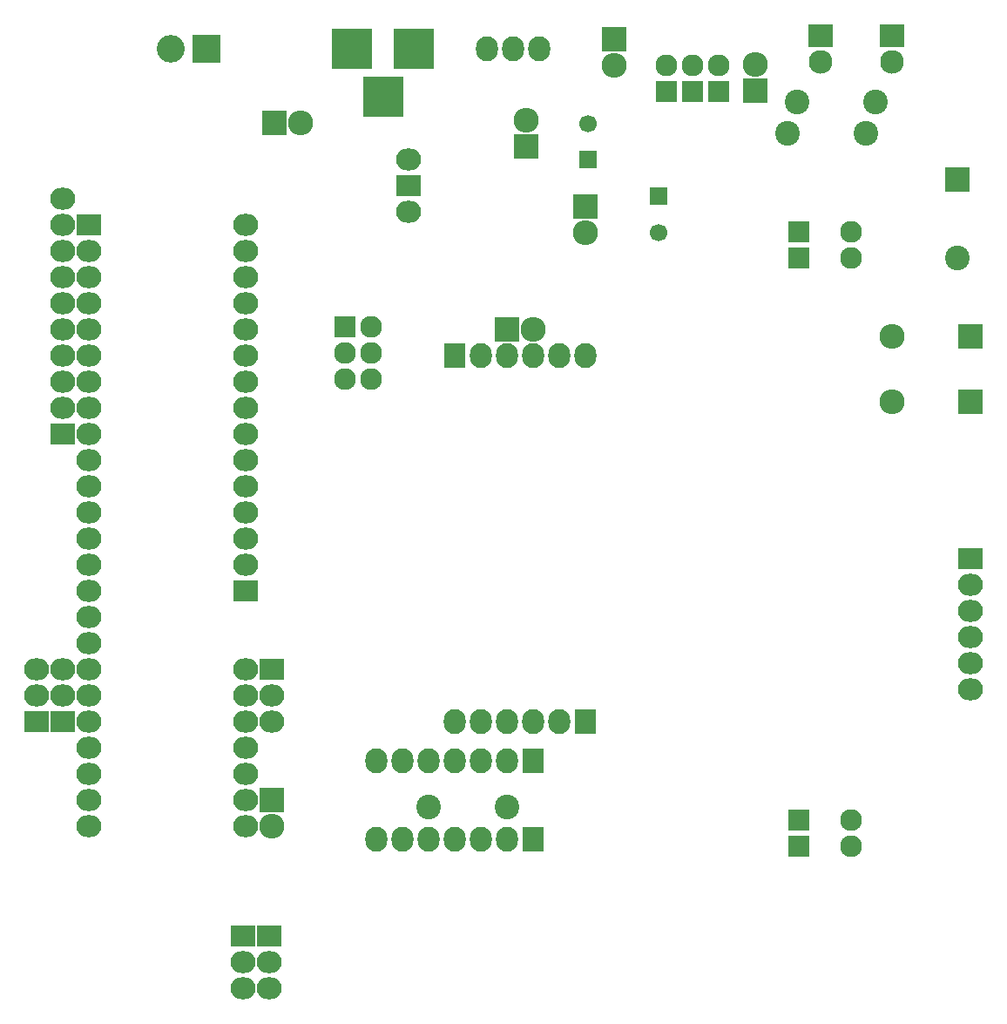
<source format=gbr>
G04 #@! TF.FileFunction,Soldermask,Bot*
%FSLAX46Y46*%
G04 Gerber Fmt 4.6, Leading zero omitted, Abs format (unit mm)*
G04 Created by KiCad (PCBNEW 4.0.5+dfsg1-4) date Sat Dec 23 15:02:43 2017*
%MOMM*%
%LPD*%
G01*
G04 APERTURE LIST*
%ADD10C,0.100000*%
%ADD11O,2.432000X2.127200*%
%ADD12R,2.432000X2.127200*%
%ADD13R,2.400000X2.300000*%
%ADD14C,2.300000*%
%ADD15R,2.700000X2.700000*%
%ADD16O,2.700000X2.700000*%
%ADD17O,2.127200X2.127200*%
%ADD18R,2.127200X2.127200*%
%ADD19O,2.127200X2.432000*%
%ADD20R,2.127200X2.432000*%
%ADD21C,1.700000*%
%ADD22R,1.700000X1.700000*%
%ADD23R,3.900120X3.900120*%
%ADD24R,2.432000X2.432000*%
%ADD25O,2.432000X2.432000*%
%ADD26C,2.398980*%
%ADD27R,2.400000X2.400000*%
%ADD28C,2.400000*%
G04 APERTURE END LIST*
D10*
D11*
X73330000Y-129210000D03*
X73330000Y-126670000D03*
X73330000Y-124130000D03*
X73330000Y-121590000D03*
X73330000Y-119050000D03*
X73330000Y-116510000D03*
X73330000Y-113970000D03*
D12*
X73330000Y-106350000D03*
D11*
X73330000Y-103810000D03*
X73330000Y-101270000D03*
X73330000Y-98730000D03*
X73330000Y-96190000D03*
X73330000Y-93650000D03*
X73330000Y-91110000D03*
X73330000Y-88570000D03*
X73330000Y-86030000D03*
X73330000Y-83490000D03*
X73330000Y-80950000D03*
X73330000Y-78410000D03*
X73330000Y-75870000D03*
X73330000Y-73330000D03*
X73330000Y-70790000D03*
D13*
X136195000Y-52375000D03*
D14*
X136195000Y-54915000D03*
D15*
X69520000Y-53645000D03*
D16*
X66020000Y-53645000D03*
D17*
X132140000Y-71410000D03*
X132140000Y-73950000D03*
D18*
X127060000Y-71410000D03*
X127060000Y-73950000D03*
D17*
X132140000Y-128550000D03*
X132140000Y-131090000D03*
D18*
X127060000Y-128550000D03*
X127060000Y-131090000D03*
D19*
X93650000Y-119050000D03*
X96190000Y-119050000D03*
X98730000Y-119050000D03*
X101270000Y-119050000D03*
X103810000Y-119050000D03*
D20*
X106350000Y-119050000D03*
D21*
X113462000Y-71496000D03*
D22*
X113462000Y-67996000D03*
D21*
X106604000Y-60940000D03*
D22*
X106604000Y-64440000D03*
D23*
X89690140Y-53645000D03*
X83690660Y-53645000D03*
X86690400Y-58344000D03*
D13*
X129210000Y-52375000D03*
D14*
X129210000Y-54915000D03*
D11*
X89205000Y-69520000D03*
D12*
X89205000Y-66980000D03*
D11*
X89205000Y-64440000D03*
D20*
X101270000Y-122860000D03*
D19*
X98730000Y-122860000D03*
X96190000Y-122860000D03*
X93650000Y-122860000D03*
X91110000Y-122860000D03*
X88570000Y-122860000D03*
X86030000Y-122860000D03*
X86030000Y-130480000D03*
X88570000Y-130480000D03*
X91110000Y-130480000D03*
X93650000Y-130480000D03*
X96190000Y-130480000D03*
X98730000Y-130480000D03*
D20*
X101270000Y-130480000D03*
D24*
X122860000Y-57709000D03*
D25*
X122860000Y-55169000D03*
D18*
X114224000Y-57836000D03*
D17*
X114224000Y-55296000D03*
D18*
X116764000Y-57836000D03*
D17*
X116764000Y-55296000D03*
D18*
X119304000Y-57836000D03*
D17*
X119304000Y-55296000D03*
D25*
X78664000Y-60884000D03*
D24*
X76124000Y-60884000D03*
D11*
X58090000Y-129210000D03*
X58090000Y-126670000D03*
X58090000Y-124130000D03*
X58090000Y-121590000D03*
X58090000Y-119050000D03*
X58090000Y-116510000D03*
X58090000Y-113970000D03*
X58090000Y-111430000D03*
X58090000Y-108890000D03*
X58090000Y-106350000D03*
X58090000Y-103810000D03*
X58090000Y-101270000D03*
X58090000Y-98730000D03*
X58090000Y-96190000D03*
X58090000Y-93650000D03*
X58090000Y-91110000D03*
X58090000Y-88570000D03*
X58090000Y-86030000D03*
X58090000Y-83490000D03*
X58090000Y-80950000D03*
X58090000Y-78410000D03*
X58090000Y-75870000D03*
X58090000Y-73330000D03*
D12*
X58090000Y-70790000D03*
D19*
X106350000Y-83490000D03*
X103810000Y-83490000D03*
X101270000Y-83490000D03*
X98730000Y-83490000D03*
X96190000Y-83490000D03*
D20*
X93650000Y-83490000D03*
D26*
X98730000Y-127305000D03*
X91110000Y-127305000D03*
X126924000Y-58852000D03*
X134544000Y-58852000D03*
X126035000Y-61900000D03*
X133655000Y-61900000D03*
D19*
X101905000Y-53645000D03*
X99365000Y-53645000D03*
X96825000Y-53645000D03*
D24*
X143815000Y-81585000D03*
D25*
X136195000Y-81585000D03*
D24*
X143815000Y-87935000D03*
D25*
X136195000Y-87935000D03*
D27*
X142545000Y-66345000D03*
D28*
X142545000Y-73945000D03*
D12*
X73076000Y-139878000D03*
D11*
X73076000Y-142418000D03*
X73076000Y-144958000D03*
D12*
X75616000Y-139878000D03*
D11*
X75616000Y-142418000D03*
X75616000Y-144958000D03*
D12*
X75870000Y-113970000D03*
D11*
X75870000Y-116510000D03*
X75870000Y-119050000D03*
D24*
X75870000Y-126670000D03*
D25*
X75870000Y-129210000D03*
D24*
X98730000Y-80950000D03*
D25*
X101270000Y-80950000D03*
D12*
X55550000Y-119050000D03*
D11*
X55550000Y-116510000D03*
X55550000Y-113970000D03*
D12*
X143815000Y-103175000D03*
D11*
X143815000Y-105715000D03*
X143815000Y-108255000D03*
X143815000Y-110795000D03*
X143815000Y-113335000D03*
X143815000Y-115875000D03*
D12*
X55550000Y-91110000D03*
D11*
X55550000Y-88570000D03*
X55550000Y-86030000D03*
X55550000Y-83490000D03*
X55550000Y-80950000D03*
X55550000Y-78410000D03*
X55550000Y-75870000D03*
X55550000Y-73330000D03*
X55550000Y-70790000D03*
X55550000Y-68250000D03*
D12*
X53010000Y-119050000D03*
D11*
X53010000Y-116510000D03*
X53010000Y-113970000D03*
D24*
X100635000Y-63170000D03*
D25*
X100635000Y-60630000D03*
D24*
X106350000Y-69012000D03*
D25*
X106350000Y-71552000D03*
D18*
X82982000Y-80696000D03*
D17*
X85522000Y-80696000D03*
X82982000Y-83236000D03*
X85522000Y-83236000D03*
X82982000Y-85776000D03*
X85522000Y-85776000D03*
D24*
X109144000Y-52756000D03*
D25*
X109144000Y-55296000D03*
M02*

</source>
